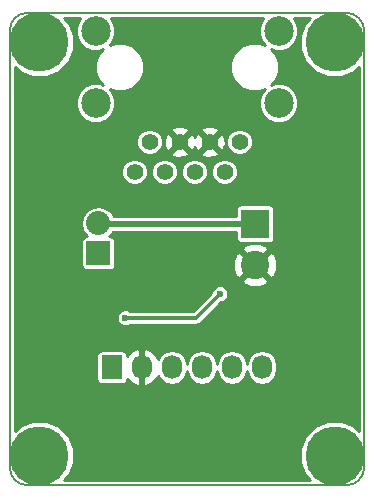
<source format=gbl>
G04 #@! TF.FileFunction,Copper,L2,Bot,Signal*
%FSLAX46Y46*%
G04 Gerber Fmt 4.6, Leading zero omitted, Abs format (unit mm)*
G04 Created by KiCad (PCBNEW 4.0.2+dfsg1-stable) date Fr 03 Aug 2018 15:40:32 CEST*
%MOMM*%
G01*
G04 APERTURE LIST*
%ADD10C,0.100000*%
%ADD11C,0.150000*%
%ADD12C,5.000000*%
%ADD13O,1.727200X2.032000*%
%ADD14R,1.727200X2.032000*%
%ADD15R,2.032000X2.032000*%
%ADD16O,2.032000X2.032000*%
%ADD17C,2.400000*%
%ADD18R,2.400000X2.400000*%
%ADD19C,2.500000*%
%ADD20C,1.400000*%
%ADD21C,0.600000*%
%ADD22C,0.500000*%
%ADD23C,0.300000*%
%ADD24C,0.254000*%
G04 APERTURE END LIST*
D10*
D11*
X136500000Y-90000000D02*
G75*
G03X135000000Y-91500000I0J-1500000D01*
G01*
X165000000Y-91500000D02*
G75*
G03X163500000Y-90000000I-1500000J0D01*
G01*
X163500000Y-130000000D02*
G75*
G03X165000000Y-128500000I0J1500000D01*
G01*
X135000000Y-128500000D02*
G75*
G03X136500000Y-130000000I1500000J0D01*
G01*
X135000000Y-91500000D02*
X135000000Y-128500000D01*
X163500000Y-130000000D02*
X136500000Y-130000000D01*
X165000000Y-91500000D02*
X165000000Y-128500000D01*
X136500000Y-90000000D02*
X163500000Y-90000000D01*
D12*
X137500000Y-127500000D03*
X162500000Y-127500000D03*
X162500000Y-92500000D03*
D13*
X156337000Y-120015000D03*
X153797000Y-120015000D03*
X151257000Y-120015000D03*
X148717000Y-120015000D03*
X146177000Y-120015000D03*
D14*
X143637000Y-120015000D03*
D15*
X142494000Y-110363000D03*
D16*
X142494000Y-107823000D03*
D17*
X155764000Y-111351000D03*
D18*
X155764000Y-107851000D03*
D12*
X137500000Y-92500000D03*
D19*
X157762400Y-91539600D03*
X142262400Y-91539600D03*
D20*
X151917400Y-100929600D03*
X154457400Y-100929600D03*
X153187400Y-103469600D03*
X150647400Y-103469600D03*
X149377400Y-100929600D03*
X148107400Y-103469600D03*
X146837400Y-100929600D03*
X145567400Y-103469600D03*
D19*
X157762400Y-97639600D03*
X142262400Y-97639600D03*
D21*
X144780000Y-115824000D03*
X152781000Y-113792000D03*
D22*
X155764000Y-107851000D02*
X142522000Y-107851000D01*
X142522000Y-107851000D02*
X142494000Y-107823000D01*
D23*
X150749000Y-115824000D02*
X144780000Y-115824000D01*
X152781000Y-113792000D02*
X150749000Y-115824000D01*
D24*
G36*
X140841538Y-90588416D02*
X140585692Y-91204561D01*
X140585110Y-91871712D01*
X140839880Y-92488303D01*
X141311216Y-92960462D01*
X141927361Y-93216308D01*
X142594512Y-93216890D01*
X142890533Y-93094577D01*
X142558813Y-93425718D01*
X142245757Y-94179641D01*
X142245045Y-94995977D01*
X142556785Y-95750446D01*
X142890223Y-96084467D01*
X142597439Y-95962892D01*
X141930288Y-95962310D01*
X141313697Y-96217080D01*
X140841538Y-96688416D01*
X140585692Y-97304561D01*
X140585110Y-97971712D01*
X140839880Y-98588303D01*
X141311216Y-99060462D01*
X141927361Y-99316308D01*
X142594512Y-99316890D01*
X143211103Y-99062120D01*
X143683262Y-98590784D01*
X143939108Y-97974639D01*
X143939690Y-97307488D01*
X143684920Y-96690897D01*
X143456880Y-96462458D01*
X143887441Y-96641243D01*
X144703777Y-96641955D01*
X145458246Y-96330215D01*
X146035987Y-95753482D01*
X146349043Y-94999559D01*
X146349755Y-94183223D01*
X146038015Y-93428754D01*
X145461282Y-92851013D01*
X144707359Y-92537957D01*
X143891023Y-92537245D01*
X143457123Y-92716529D01*
X143683262Y-92490784D01*
X143939108Y-91874639D01*
X143939690Y-91207488D01*
X143684920Y-90590897D01*
X143550258Y-90456000D01*
X156474185Y-90456000D01*
X156341538Y-90588416D01*
X156085692Y-91204561D01*
X156085110Y-91871712D01*
X156339880Y-92488303D01*
X156567920Y-92716742D01*
X156137359Y-92537957D01*
X155321023Y-92537245D01*
X154566554Y-92848985D01*
X153988813Y-93425718D01*
X153675757Y-94179641D01*
X153675045Y-94995977D01*
X153986785Y-95750446D01*
X154563518Y-96328187D01*
X155317441Y-96641243D01*
X156133777Y-96641955D01*
X156567677Y-96462671D01*
X156341538Y-96688416D01*
X156085692Y-97304561D01*
X156085110Y-97971712D01*
X156339880Y-98588303D01*
X156811216Y-99060462D01*
X157427361Y-99316308D01*
X158094512Y-99316890D01*
X158711103Y-99062120D01*
X159183262Y-98590784D01*
X159439108Y-97974639D01*
X159439690Y-97307488D01*
X159184920Y-96690897D01*
X158713584Y-96218738D01*
X158097439Y-95962892D01*
X157430288Y-95962310D01*
X157134267Y-96084623D01*
X157465987Y-95753482D01*
X157779043Y-94999559D01*
X157779755Y-94183223D01*
X157468015Y-93428754D01*
X157134577Y-93094733D01*
X157427361Y-93216308D01*
X158094512Y-93216890D01*
X158711103Y-92962120D01*
X159183262Y-92490784D01*
X159439108Y-91874639D01*
X159439690Y-91207488D01*
X159184920Y-90590897D01*
X159050258Y-90456000D01*
X160404551Y-90456000D01*
X160020057Y-90839823D01*
X159573510Y-91915229D01*
X159572493Y-93079662D01*
X160017164Y-94155846D01*
X160839823Y-94979943D01*
X161915229Y-95426490D01*
X163079662Y-95427507D01*
X164155846Y-94982836D01*
X164544000Y-94595359D01*
X164544000Y-125404551D01*
X164160177Y-125020057D01*
X163084771Y-124573510D01*
X161920338Y-124572493D01*
X160844154Y-125017164D01*
X160020057Y-125839823D01*
X159573510Y-126915229D01*
X159572493Y-128079662D01*
X160017164Y-129155846D01*
X160404641Y-129544000D01*
X139595449Y-129544000D01*
X139979943Y-129160177D01*
X140426490Y-128084771D01*
X140427507Y-126920338D01*
X139982836Y-125844154D01*
X139160177Y-125020057D01*
X138084771Y-124573510D01*
X136920338Y-124572493D01*
X135844154Y-125017164D01*
X135456000Y-125404641D01*
X135456000Y-118999000D01*
X142338035Y-118999000D01*
X142338035Y-121031000D01*
X142367809Y-121189237D01*
X142461327Y-121334567D01*
X142604019Y-121432064D01*
X142773400Y-121466365D01*
X144500600Y-121466365D01*
X144658837Y-121436591D01*
X144804167Y-121343073D01*
X144901664Y-121200381D01*
X144935965Y-121031000D01*
X144935965Y-120986311D01*
X145274964Y-121365732D01*
X145802209Y-121619709D01*
X145817974Y-121622358D01*
X146050000Y-121501217D01*
X146050000Y-120142000D01*
X146030000Y-120142000D01*
X146030000Y-119888000D01*
X146050000Y-119888000D01*
X146050000Y-118528783D01*
X146304000Y-118528783D01*
X146304000Y-119888000D01*
X146324000Y-119888000D01*
X146324000Y-120142000D01*
X146304000Y-120142000D01*
X146304000Y-121501217D01*
X146536026Y-121622358D01*
X146551791Y-121619709D01*
X147079036Y-121365732D01*
X147468954Y-120929320D01*
X147543138Y-120717243D01*
X147804408Y-121108262D01*
X148223109Y-121388029D01*
X148717000Y-121486270D01*
X149210891Y-121388029D01*
X149629592Y-121108262D01*
X149909359Y-120689561D01*
X149987000Y-120299233D01*
X150064641Y-120689561D01*
X150344408Y-121108262D01*
X150763109Y-121388029D01*
X151257000Y-121486270D01*
X151750891Y-121388029D01*
X152169592Y-121108262D01*
X152449359Y-120689561D01*
X152527000Y-120299233D01*
X152604641Y-120689561D01*
X152884408Y-121108262D01*
X153303109Y-121388029D01*
X153797000Y-121486270D01*
X154290891Y-121388029D01*
X154709592Y-121108262D01*
X154989359Y-120689561D01*
X155067000Y-120299233D01*
X155144641Y-120689561D01*
X155424408Y-121108262D01*
X155843109Y-121388029D01*
X156337000Y-121486270D01*
X156830891Y-121388029D01*
X157249592Y-121108262D01*
X157529359Y-120689561D01*
X157627600Y-120195670D01*
X157627600Y-119834330D01*
X157529359Y-119340439D01*
X157249592Y-118921738D01*
X156830891Y-118641971D01*
X156337000Y-118543730D01*
X155843109Y-118641971D01*
X155424408Y-118921738D01*
X155144641Y-119340439D01*
X155067000Y-119730767D01*
X154989359Y-119340439D01*
X154709592Y-118921738D01*
X154290891Y-118641971D01*
X153797000Y-118543730D01*
X153303109Y-118641971D01*
X152884408Y-118921738D01*
X152604641Y-119340439D01*
X152527000Y-119730767D01*
X152449359Y-119340439D01*
X152169592Y-118921738D01*
X151750891Y-118641971D01*
X151257000Y-118543730D01*
X150763109Y-118641971D01*
X150344408Y-118921738D01*
X150064641Y-119340439D01*
X149987000Y-119730767D01*
X149909359Y-119340439D01*
X149629592Y-118921738D01*
X149210891Y-118641971D01*
X148717000Y-118543730D01*
X148223109Y-118641971D01*
X147804408Y-118921738D01*
X147543138Y-119312757D01*
X147468954Y-119100680D01*
X147079036Y-118664268D01*
X146551791Y-118410291D01*
X146536026Y-118407642D01*
X146304000Y-118528783D01*
X146050000Y-118528783D01*
X145817974Y-118407642D01*
X145802209Y-118410291D01*
X145274964Y-118664268D01*
X144935965Y-119043689D01*
X144935965Y-118999000D01*
X144906191Y-118840763D01*
X144812673Y-118695433D01*
X144669981Y-118597936D01*
X144500600Y-118563635D01*
X142773400Y-118563635D01*
X142615163Y-118593409D01*
X142469833Y-118686927D01*
X142372336Y-118829619D01*
X142338035Y-118999000D01*
X135456000Y-118999000D01*
X135456000Y-115967975D01*
X144052874Y-115967975D01*
X144163320Y-116235275D01*
X144367650Y-116439961D01*
X144634756Y-116550874D01*
X144923975Y-116551126D01*
X145191275Y-116440680D01*
X145231024Y-116401000D01*
X150748995Y-116401000D01*
X150749000Y-116401001D01*
X150969808Y-116357078D01*
X151157001Y-116232001D01*
X152869924Y-114519078D01*
X152924975Y-114519126D01*
X153192275Y-114408680D01*
X153396961Y-114204350D01*
X153507874Y-113937244D01*
X153508126Y-113648025D01*
X153397680Y-113380725D01*
X153193350Y-113176039D01*
X152926244Y-113065126D01*
X152637025Y-113064874D01*
X152369725Y-113175320D01*
X152165039Y-113379650D01*
X152054126Y-113646756D01*
X152054077Y-113702921D01*
X150509998Y-115247000D01*
X145231243Y-115247000D01*
X145192350Y-115208039D01*
X144925244Y-115097126D01*
X144636025Y-115096874D01*
X144368725Y-115207320D01*
X144164039Y-115411650D01*
X144053126Y-115678756D01*
X144052874Y-115967975D01*
X135456000Y-115967975D01*
X135456000Y-112648175D01*
X154646430Y-112648175D01*
X154769565Y-112935788D01*
X155451734Y-113195707D01*
X156181443Y-113174786D01*
X156758435Y-112935788D01*
X156881570Y-112648175D01*
X155764000Y-111530605D01*
X154646430Y-112648175D01*
X135456000Y-112648175D01*
X135456000Y-107823000D01*
X141022730Y-107823000D01*
X141132572Y-108375212D01*
X141445375Y-108843355D01*
X141547563Y-108911635D01*
X141478000Y-108911635D01*
X141319763Y-108941409D01*
X141174433Y-109034927D01*
X141076936Y-109177619D01*
X141042635Y-109347000D01*
X141042635Y-111379000D01*
X141072409Y-111537237D01*
X141165927Y-111682567D01*
X141308619Y-111780064D01*
X141478000Y-111814365D01*
X143510000Y-111814365D01*
X143668237Y-111784591D01*
X143813567Y-111691073D01*
X143911064Y-111548381D01*
X143945365Y-111379000D01*
X143945365Y-111038734D01*
X153919293Y-111038734D01*
X153940214Y-111768443D01*
X154179212Y-112345435D01*
X154466825Y-112468570D01*
X155584395Y-111351000D01*
X155943605Y-111351000D01*
X157061175Y-112468570D01*
X157348788Y-112345435D01*
X157608707Y-111663266D01*
X157587786Y-110933557D01*
X157348788Y-110356565D01*
X157061175Y-110233430D01*
X155943605Y-111351000D01*
X155584395Y-111351000D01*
X154466825Y-110233430D01*
X154179212Y-110356565D01*
X153919293Y-111038734D01*
X143945365Y-111038734D01*
X143945365Y-110053825D01*
X154646430Y-110053825D01*
X155764000Y-111171395D01*
X156881570Y-110053825D01*
X156758435Y-109766212D01*
X156076266Y-109506293D01*
X155346557Y-109527214D01*
X154769565Y-109766212D01*
X154646430Y-110053825D01*
X143945365Y-110053825D01*
X143945365Y-109347000D01*
X143915591Y-109188763D01*
X143822073Y-109043433D01*
X143679381Y-108945936D01*
X143510000Y-108911635D01*
X143440437Y-108911635D01*
X143542625Y-108843355D01*
X143753338Y-108528000D01*
X154128635Y-108528000D01*
X154128635Y-109051000D01*
X154158409Y-109209237D01*
X154251927Y-109354567D01*
X154394619Y-109452064D01*
X154564000Y-109486365D01*
X156964000Y-109486365D01*
X157122237Y-109456591D01*
X157267567Y-109363073D01*
X157365064Y-109220381D01*
X157399365Y-109051000D01*
X157399365Y-106651000D01*
X157369591Y-106492763D01*
X157276073Y-106347433D01*
X157133381Y-106249936D01*
X156964000Y-106215635D01*
X154564000Y-106215635D01*
X154405763Y-106245409D01*
X154260433Y-106338927D01*
X154162936Y-106481619D01*
X154128635Y-106651000D01*
X154128635Y-107174000D01*
X143790756Y-107174000D01*
X143542625Y-106802645D01*
X143074482Y-106489842D01*
X142522270Y-106380000D01*
X142465730Y-106380000D01*
X141913518Y-106489842D01*
X141445375Y-106802645D01*
X141132572Y-107270788D01*
X141022730Y-107823000D01*
X135456000Y-107823000D01*
X135456000Y-103692791D01*
X144440205Y-103692791D01*
X144611419Y-104107160D01*
X144928172Y-104424467D01*
X145342242Y-104596404D01*
X145790591Y-104596795D01*
X146204960Y-104425581D01*
X146522267Y-104108828D01*
X146694204Y-103694758D01*
X146694205Y-103692791D01*
X146980205Y-103692791D01*
X147151419Y-104107160D01*
X147468172Y-104424467D01*
X147882242Y-104596404D01*
X148330591Y-104596795D01*
X148744960Y-104425581D01*
X149062267Y-104108828D01*
X149234204Y-103694758D01*
X149234205Y-103692791D01*
X149520205Y-103692791D01*
X149691419Y-104107160D01*
X150008172Y-104424467D01*
X150422242Y-104596404D01*
X150870591Y-104596795D01*
X151284960Y-104425581D01*
X151602267Y-104108828D01*
X151774204Y-103694758D01*
X151774205Y-103692791D01*
X152060205Y-103692791D01*
X152231419Y-104107160D01*
X152548172Y-104424467D01*
X152962242Y-104596404D01*
X153410591Y-104596795D01*
X153824960Y-104425581D01*
X154142267Y-104108828D01*
X154314204Y-103694758D01*
X154314595Y-103246409D01*
X154143381Y-102832040D01*
X153826628Y-102514733D01*
X153412558Y-102342796D01*
X152964209Y-102342405D01*
X152549840Y-102513619D01*
X152232533Y-102830372D01*
X152060596Y-103244442D01*
X152060205Y-103692791D01*
X151774205Y-103692791D01*
X151774595Y-103246409D01*
X151603381Y-102832040D01*
X151286628Y-102514733D01*
X150872558Y-102342796D01*
X150424209Y-102342405D01*
X150009840Y-102513619D01*
X149692533Y-102830372D01*
X149520596Y-103244442D01*
X149520205Y-103692791D01*
X149234205Y-103692791D01*
X149234595Y-103246409D01*
X149063381Y-102832040D01*
X148746628Y-102514733D01*
X148332558Y-102342796D01*
X147884209Y-102342405D01*
X147469840Y-102513619D01*
X147152533Y-102830372D01*
X146980596Y-103244442D01*
X146980205Y-103692791D01*
X146694205Y-103692791D01*
X146694595Y-103246409D01*
X146523381Y-102832040D01*
X146206628Y-102514733D01*
X145792558Y-102342796D01*
X145344209Y-102342405D01*
X144929840Y-102513619D01*
X144612533Y-102830372D01*
X144440596Y-103244442D01*
X144440205Y-103692791D01*
X135456000Y-103692791D01*
X135456000Y-101152791D01*
X145710205Y-101152791D01*
X145881419Y-101567160D01*
X146198172Y-101884467D01*
X146612242Y-102056404D01*
X147060591Y-102056795D01*
X147474960Y-101885581D01*
X147495702Y-101864875D01*
X148621731Y-101864875D01*
X148683569Y-102100642D01*
X149184522Y-102277019D01*
X149714840Y-102248264D01*
X150071231Y-102100642D01*
X150133069Y-101864875D01*
X151161731Y-101864875D01*
X151223569Y-102100642D01*
X151724522Y-102277019D01*
X152254840Y-102248264D01*
X152611231Y-102100642D01*
X152673069Y-101864875D01*
X151917400Y-101109205D01*
X151161731Y-101864875D01*
X150133069Y-101864875D01*
X149377400Y-101109205D01*
X148621731Y-101864875D01*
X147495702Y-101864875D01*
X147792267Y-101568828D01*
X147964204Y-101154758D01*
X147964568Y-100736722D01*
X148029981Y-100736722D01*
X148058736Y-101267040D01*
X148206358Y-101623431D01*
X148442125Y-101685269D01*
X149197795Y-100929600D01*
X149557005Y-100929600D01*
X150312675Y-101685269D01*
X150548442Y-101623431D01*
X150639377Y-101365155D01*
X150746358Y-101623431D01*
X150982125Y-101685269D01*
X151737795Y-100929600D01*
X152097005Y-100929600D01*
X152852675Y-101685269D01*
X153088442Y-101623431D01*
X153254146Y-101152791D01*
X153330205Y-101152791D01*
X153501419Y-101567160D01*
X153818172Y-101884467D01*
X154232242Y-102056404D01*
X154680591Y-102056795D01*
X155094960Y-101885581D01*
X155412267Y-101568828D01*
X155584204Y-101154758D01*
X155584595Y-100706409D01*
X155413381Y-100292040D01*
X155096628Y-99974733D01*
X154682558Y-99802796D01*
X154234209Y-99802405D01*
X153819840Y-99973619D01*
X153502533Y-100290372D01*
X153330596Y-100704442D01*
X153330205Y-101152791D01*
X153254146Y-101152791D01*
X153264819Y-101122478D01*
X153236064Y-100592160D01*
X153088442Y-100235769D01*
X152852675Y-100173931D01*
X152097005Y-100929600D01*
X151737795Y-100929600D01*
X150982125Y-100173931D01*
X150746358Y-100235769D01*
X150655423Y-100494045D01*
X150548442Y-100235769D01*
X150312675Y-100173931D01*
X149557005Y-100929600D01*
X149197795Y-100929600D01*
X148442125Y-100173931D01*
X148206358Y-100235769D01*
X148029981Y-100736722D01*
X147964568Y-100736722D01*
X147964595Y-100706409D01*
X147793381Y-100292040D01*
X147496186Y-99994325D01*
X148621731Y-99994325D01*
X149377400Y-100749995D01*
X150133069Y-99994325D01*
X151161731Y-99994325D01*
X151917400Y-100749995D01*
X152673069Y-99994325D01*
X152611231Y-99758558D01*
X152110278Y-99582181D01*
X151579960Y-99610936D01*
X151223569Y-99758558D01*
X151161731Y-99994325D01*
X150133069Y-99994325D01*
X150071231Y-99758558D01*
X149570278Y-99582181D01*
X149039960Y-99610936D01*
X148683569Y-99758558D01*
X148621731Y-99994325D01*
X147496186Y-99994325D01*
X147476628Y-99974733D01*
X147062558Y-99802796D01*
X146614209Y-99802405D01*
X146199840Y-99973619D01*
X145882533Y-100290372D01*
X145710596Y-100704442D01*
X145710205Y-101152791D01*
X135456000Y-101152791D01*
X135456000Y-94595449D01*
X135839823Y-94979943D01*
X136915229Y-95426490D01*
X138079662Y-95427507D01*
X139155846Y-94982836D01*
X139979943Y-94160177D01*
X140426490Y-93084771D01*
X140427507Y-91920338D01*
X139982836Y-90844154D01*
X139595359Y-90456000D01*
X140974185Y-90456000D01*
X140841538Y-90588416D01*
X140841538Y-90588416D01*
G37*
X140841538Y-90588416D02*
X140585692Y-91204561D01*
X140585110Y-91871712D01*
X140839880Y-92488303D01*
X141311216Y-92960462D01*
X141927361Y-93216308D01*
X142594512Y-93216890D01*
X142890533Y-93094577D01*
X142558813Y-93425718D01*
X142245757Y-94179641D01*
X142245045Y-94995977D01*
X142556785Y-95750446D01*
X142890223Y-96084467D01*
X142597439Y-95962892D01*
X141930288Y-95962310D01*
X141313697Y-96217080D01*
X140841538Y-96688416D01*
X140585692Y-97304561D01*
X140585110Y-97971712D01*
X140839880Y-98588303D01*
X141311216Y-99060462D01*
X141927361Y-99316308D01*
X142594512Y-99316890D01*
X143211103Y-99062120D01*
X143683262Y-98590784D01*
X143939108Y-97974639D01*
X143939690Y-97307488D01*
X143684920Y-96690897D01*
X143456880Y-96462458D01*
X143887441Y-96641243D01*
X144703777Y-96641955D01*
X145458246Y-96330215D01*
X146035987Y-95753482D01*
X146349043Y-94999559D01*
X146349755Y-94183223D01*
X146038015Y-93428754D01*
X145461282Y-92851013D01*
X144707359Y-92537957D01*
X143891023Y-92537245D01*
X143457123Y-92716529D01*
X143683262Y-92490784D01*
X143939108Y-91874639D01*
X143939690Y-91207488D01*
X143684920Y-90590897D01*
X143550258Y-90456000D01*
X156474185Y-90456000D01*
X156341538Y-90588416D01*
X156085692Y-91204561D01*
X156085110Y-91871712D01*
X156339880Y-92488303D01*
X156567920Y-92716742D01*
X156137359Y-92537957D01*
X155321023Y-92537245D01*
X154566554Y-92848985D01*
X153988813Y-93425718D01*
X153675757Y-94179641D01*
X153675045Y-94995977D01*
X153986785Y-95750446D01*
X154563518Y-96328187D01*
X155317441Y-96641243D01*
X156133777Y-96641955D01*
X156567677Y-96462671D01*
X156341538Y-96688416D01*
X156085692Y-97304561D01*
X156085110Y-97971712D01*
X156339880Y-98588303D01*
X156811216Y-99060462D01*
X157427361Y-99316308D01*
X158094512Y-99316890D01*
X158711103Y-99062120D01*
X159183262Y-98590784D01*
X159439108Y-97974639D01*
X159439690Y-97307488D01*
X159184920Y-96690897D01*
X158713584Y-96218738D01*
X158097439Y-95962892D01*
X157430288Y-95962310D01*
X157134267Y-96084623D01*
X157465987Y-95753482D01*
X157779043Y-94999559D01*
X157779755Y-94183223D01*
X157468015Y-93428754D01*
X157134577Y-93094733D01*
X157427361Y-93216308D01*
X158094512Y-93216890D01*
X158711103Y-92962120D01*
X159183262Y-92490784D01*
X159439108Y-91874639D01*
X159439690Y-91207488D01*
X159184920Y-90590897D01*
X159050258Y-90456000D01*
X160404551Y-90456000D01*
X160020057Y-90839823D01*
X159573510Y-91915229D01*
X159572493Y-93079662D01*
X160017164Y-94155846D01*
X160839823Y-94979943D01*
X161915229Y-95426490D01*
X163079662Y-95427507D01*
X164155846Y-94982836D01*
X164544000Y-94595359D01*
X164544000Y-125404551D01*
X164160177Y-125020057D01*
X163084771Y-124573510D01*
X161920338Y-124572493D01*
X160844154Y-125017164D01*
X160020057Y-125839823D01*
X159573510Y-126915229D01*
X159572493Y-128079662D01*
X160017164Y-129155846D01*
X160404641Y-129544000D01*
X139595449Y-129544000D01*
X139979943Y-129160177D01*
X140426490Y-128084771D01*
X140427507Y-126920338D01*
X139982836Y-125844154D01*
X139160177Y-125020057D01*
X138084771Y-124573510D01*
X136920338Y-124572493D01*
X135844154Y-125017164D01*
X135456000Y-125404641D01*
X135456000Y-118999000D01*
X142338035Y-118999000D01*
X142338035Y-121031000D01*
X142367809Y-121189237D01*
X142461327Y-121334567D01*
X142604019Y-121432064D01*
X142773400Y-121466365D01*
X144500600Y-121466365D01*
X144658837Y-121436591D01*
X144804167Y-121343073D01*
X144901664Y-121200381D01*
X144935965Y-121031000D01*
X144935965Y-120986311D01*
X145274964Y-121365732D01*
X145802209Y-121619709D01*
X145817974Y-121622358D01*
X146050000Y-121501217D01*
X146050000Y-120142000D01*
X146030000Y-120142000D01*
X146030000Y-119888000D01*
X146050000Y-119888000D01*
X146050000Y-118528783D01*
X146304000Y-118528783D01*
X146304000Y-119888000D01*
X146324000Y-119888000D01*
X146324000Y-120142000D01*
X146304000Y-120142000D01*
X146304000Y-121501217D01*
X146536026Y-121622358D01*
X146551791Y-121619709D01*
X147079036Y-121365732D01*
X147468954Y-120929320D01*
X147543138Y-120717243D01*
X147804408Y-121108262D01*
X148223109Y-121388029D01*
X148717000Y-121486270D01*
X149210891Y-121388029D01*
X149629592Y-121108262D01*
X149909359Y-120689561D01*
X149987000Y-120299233D01*
X150064641Y-120689561D01*
X150344408Y-121108262D01*
X150763109Y-121388029D01*
X151257000Y-121486270D01*
X151750891Y-121388029D01*
X152169592Y-121108262D01*
X152449359Y-120689561D01*
X152527000Y-120299233D01*
X152604641Y-120689561D01*
X152884408Y-121108262D01*
X153303109Y-121388029D01*
X153797000Y-121486270D01*
X154290891Y-121388029D01*
X154709592Y-121108262D01*
X154989359Y-120689561D01*
X155067000Y-120299233D01*
X155144641Y-120689561D01*
X155424408Y-121108262D01*
X155843109Y-121388029D01*
X156337000Y-121486270D01*
X156830891Y-121388029D01*
X157249592Y-121108262D01*
X157529359Y-120689561D01*
X157627600Y-120195670D01*
X157627600Y-119834330D01*
X157529359Y-119340439D01*
X157249592Y-118921738D01*
X156830891Y-118641971D01*
X156337000Y-118543730D01*
X155843109Y-118641971D01*
X155424408Y-118921738D01*
X155144641Y-119340439D01*
X155067000Y-119730767D01*
X154989359Y-119340439D01*
X154709592Y-118921738D01*
X154290891Y-118641971D01*
X153797000Y-118543730D01*
X153303109Y-118641971D01*
X152884408Y-118921738D01*
X152604641Y-119340439D01*
X152527000Y-119730767D01*
X152449359Y-119340439D01*
X152169592Y-118921738D01*
X151750891Y-118641971D01*
X151257000Y-118543730D01*
X150763109Y-118641971D01*
X150344408Y-118921738D01*
X150064641Y-119340439D01*
X149987000Y-119730767D01*
X149909359Y-119340439D01*
X149629592Y-118921738D01*
X149210891Y-118641971D01*
X148717000Y-118543730D01*
X148223109Y-118641971D01*
X147804408Y-118921738D01*
X147543138Y-119312757D01*
X147468954Y-119100680D01*
X147079036Y-118664268D01*
X146551791Y-118410291D01*
X146536026Y-118407642D01*
X146304000Y-118528783D01*
X146050000Y-118528783D01*
X145817974Y-118407642D01*
X145802209Y-118410291D01*
X145274964Y-118664268D01*
X144935965Y-119043689D01*
X144935965Y-118999000D01*
X144906191Y-118840763D01*
X144812673Y-118695433D01*
X144669981Y-118597936D01*
X144500600Y-118563635D01*
X142773400Y-118563635D01*
X142615163Y-118593409D01*
X142469833Y-118686927D01*
X142372336Y-118829619D01*
X142338035Y-118999000D01*
X135456000Y-118999000D01*
X135456000Y-115967975D01*
X144052874Y-115967975D01*
X144163320Y-116235275D01*
X144367650Y-116439961D01*
X144634756Y-116550874D01*
X144923975Y-116551126D01*
X145191275Y-116440680D01*
X145231024Y-116401000D01*
X150748995Y-116401000D01*
X150749000Y-116401001D01*
X150969808Y-116357078D01*
X151157001Y-116232001D01*
X152869924Y-114519078D01*
X152924975Y-114519126D01*
X153192275Y-114408680D01*
X153396961Y-114204350D01*
X153507874Y-113937244D01*
X153508126Y-113648025D01*
X153397680Y-113380725D01*
X153193350Y-113176039D01*
X152926244Y-113065126D01*
X152637025Y-113064874D01*
X152369725Y-113175320D01*
X152165039Y-113379650D01*
X152054126Y-113646756D01*
X152054077Y-113702921D01*
X150509998Y-115247000D01*
X145231243Y-115247000D01*
X145192350Y-115208039D01*
X144925244Y-115097126D01*
X144636025Y-115096874D01*
X144368725Y-115207320D01*
X144164039Y-115411650D01*
X144053126Y-115678756D01*
X144052874Y-115967975D01*
X135456000Y-115967975D01*
X135456000Y-112648175D01*
X154646430Y-112648175D01*
X154769565Y-112935788D01*
X155451734Y-113195707D01*
X156181443Y-113174786D01*
X156758435Y-112935788D01*
X156881570Y-112648175D01*
X155764000Y-111530605D01*
X154646430Y-112648175D01*
X135456000Y-112648175D01*
X135456000Y-107823000D01*
X141022730Y-107823000D01*
X141132572Y-108375212D01*
X141445375Y-108843355D01*
X141547563Y-108911635D01*
X141478000Y-108911635D01*
X141319763Y-108941409D01*
X141174433Y-109034927D01*
X141076936Y-109177619D01*
X141042635Y-109347000D01*
X141042635Y-111379000D01*
X141072409Y-111537237D01*
X141165927Y-111682567D01*
X141308619Y-111780064D01*
X141478000Y-111814365D01*
X143510000Y-111814365D01*
X143668237Y-111784591D01*
X143813567Y-111691073D01*
X143911064Y-111548381D01*
X143945365Y-111379000D01*
X143945365Y-111038734D01*
X153919293Y-111038734D01*
X153940214Y-111768443D01*
X154179212Y-112345435D01*
X154466825Y-112468570D01*
X155584395Y-111351000D01*
X155943605Y-111351000D01*
X157061175Y-112468570D01*
X157348788Y-112345435D01*
X157608707Y-111663266D01*
X157587786Y-110933557D01*
X157348788Y-110356565D01*
X157061175Y-110233430D01*
X155943605Y-111351000D01*
X155584395Y-111351000D01*
X154466825Y-110233430D01*
X154179212Y-110356565D01*
X153919293Y-111038734D01*
X143945365Y-111038734D01*
X143945365Y-110053825D01*
X154646430Y-110053825D01*
X155764000Y-111171395D01*
X156881570Y-110053825D01*
X156758435Y-109766212D01*
X156076266Y-109506293D01*
X155346557Y-109527214D01*
X154769565Y-109766212D01*
X154646430Y-110053825D01*
X143945365Y-110053825D01*
X143945365Y-109347000D01*
X143915591Y-109188763D01*
X143822073Y-109043433D01*
X143679381Y-108945936D01*
X143510000Y-108911635D01*
X143440437Y-108911635D01*
X143542625Y-108843355D01*
X143753338Y-108528000D01*
X154128635Y-108528000D01*
X154128635Y-109051000D01*
X154158409Y-109209237D01*
X154251927Y-109354567D01*
X154394619Y-109452064D01*
X154564000Y-109486365D01*
X156964000Y-109486365D01*
X157122237Y-109456591D01*
X157267567Y-109363073D01*
X157365064Y-109220381D01*
X157399365Y-109051000D01*
X157399365Y-106651000D01*
X157369591Y-106492763D01*
X157276073Y-106347433D01*
X157133381Y-106249936D01*
X156964000Y-106215635D01*
X154564000Y-106215635D01*
X154405763Y-106245409D01*
X154260433Y-106338927D01*
X154162936Y-106481619D01*
X154128635Y-106651000D01*
X154128635Y-107174000D01*
X143790756Y-107174000D01*
X143542625Y-106802645D01*
X143074482Y-106489842D01*
X142522270Y-106380000D01*
X142465730Y-106380000D01*
X141913518Y-106489842D01*
X141445375Y-106802645D01*
X141132572Y-107270788D01*
X141022730Y-107823000D01*
X135456000Y-107823000D01*
X135456000Y-103692791D01*
X144440205Y-103692791D01*
X144611419Y-104107160D01*
X144928172Y-104424467D01*
X145342242Y-104596404D01*
X145790591Y-104596795D01*
X146204960Y-104425581D01*
X146522267Y-104108828D01*
X146694204Y-103694758D01*
X146694205Y-103692791D01*
X146980205Y-103692791D01*
X147151419Y-104107160D01*
X147468172Y-104424467D01*
X147882242Y-104596404D01*
X148330591Y-104596795D01*
X148744960Y-104425581D01*
X149062267Y-104108828D01*
X149234204Y-103694758D01*
X149234205Y-103692791D01*
X149520205Y-103692791D01*
X149691419Y-104107160D01*
X150008172Y-104424467D01*
X150422242Y-104596404D01*
X150870591Y-104596795D01*
X151284960Y-104425581D01*
X151602267Y-104108828D01*
X151774204Y-103694758D01*
X151774205Y-103692791D01*
X152060205Y-103692791D01*
X152231419Y-104107160D01*
X152548172Y-104424467D01*
X152962242Y-104596404D01*
X153410591Y-104596795D01*
X153824960Y-104425581D01*
X154142267Y-104108828D01*
X154314204Y-103694758D01*
X154314595Y-103246409D01*
X154143381Y-102832040D01*
X153826628Y-102514733D01*
X153412558Y-102342796D01*
X152964209Y-102342405D01*
X152549840Y-102513619D01*
X152232533Y-102830372D01*
X152060596Y-103244442D01*
X152060205Y-103692791D01*
X151774205Y-103692791D01*
X151774595Y-103246409D01*
X151603381Y-102832040D01*
X151286628Y-102514733D01*
X150872558Y-102342796D01*
X150424209Y-102342405D01*
X150009840Y-102513619D01*
X149692533Y-102830372D01*
X149520596Y-103244442D01*
X149520205Y-103692791D01*
X149234205Y-103692791D01*
X149234595Y-103246409D01*
X149063381Y-102832040D01*
X148746628Y-102514733D01*
X148332558Y-102342796D01*
X147884209Y-102342405D01*
X147469840Y-102513619D01*
X147152533Y-102830372D01*
X146980596Y-103244442D01*
X146980205Y-103692791D01*
X146694205Y-103692791D01*
X146694595Y-103246409D01*
X146523381Y-102832040D01*
X146206628Y-102514733D01*
X145792558Y-102342796D01*
X145344209Y-102342405D01*
X144929840Y-102513619D01*
X144612533Y-102830372D01*
X144440596Y-103244442D01*
X144440205Y-103692791D01*
X135456000Y-103692791D01*
X135456000Y-101152791D01*
X145710205Y-101152791D01*
X145881419Y-101567160D01*
X146198172Y-101884467D01*
X146612242Y-102056404D01*
X147060591Y-102056795D01*
X147474960Y-101885581D01*
X147495702Y-101864875D01*
X148621731Y-101864875D01*
X148683569Y-102100642D01*
X149184522Y-102277019D01*
X149714840Y-102248264D01*
X150071231Y-102100642D01*
X150133069Y-101864875D01*
X151161731Y-101864875D01*
X151223569Y-102100642D01*
X151724522Y-102277019D01*
X152254840Y-102248264D01*
X152611231Y-102100642D01*
X152673069Y-101864875D01*
X151917400Y-101109205D01*
X151161731Y-101864875D01*
X150133069Y-101864875D01*
X149377400Y-101109205D01*
X148621731Y-101864875D01*
X147495702Y-101864875D01*
X147792267Y-101568828D01*
X147964204Y-101154758D01*
X147964568Y-100736722D01*
X148029981Y-100736722D01*
X148058736Y-101267040D01*
X148206358Y-101623431D01*
X148442125Y-101685269D01*
X149197795Y-100929600D01*
X149557005Y-100929600D01*
X150312675Y-101685269D01*
X150548442Y-101623431D01*
X150639377Y-101365155D01*
X150746358Y-101623431D01*
X150982125Y-101685269D01*
X151737795Y-100929600D01*
X152097005Y-100929600D01*
X152852675Y-101685269D01*
X153088442Y-101623431D01*
X153254146Y-101152791D01*
X153330205Y-101152791D01*
X153501419Y-101567160D01*
X153818172Y-101884467D01*
X154232242Y-102056404D01*
X154680591Y-102056795D01*
X155094960Y-101885581D01*
X155412267Y-101568828D01*
X155584204Y-101154758D01*
X155584595Y-100706409D01*
X155413381Y-100292040D01*
X155096628Y-99974733D01*
X154682558Y-99802796D01*
X154234209Y-99802405D01*
X153819840Y-99973619D01*
X153502533Y-100290372D01*
X153330596Y-100704442D01*
X153330205Y-101152791D01*
X153254146Y-101152791D01*
X153264819Y-101122478D01*
X153236064Y-100592160D01*
X153088442Y-100235769D01*
X152852675Y-100173931D01*
X152097005Y-100929600D01*
X151737795Y-100929600D01*
X150982125Y-100173931D01*
X150746358Y-100235769D01*
X150655423Y-100494045D01*
X150548442Y-100235769D01*
X150312675Y-100173931D01*
X149557005Y-100929600D01*
X149197795Y-100929600D01*
X148442125Y-100173931D01*
X148206358Y-100235769D01*
X148029981Y-100736722D01*
X147964568Y-100736722D01*
X147964595Y-100706409D01*
X147793381Y-100292040D01*
X147496186Y-99994325D01*
X148621731Y-99994325D01*
X149377400Y-100749995D01*
X150133069Y-99994325D01*
X151161731Y-99994325D01*
X151917400Y-100749995D01*
X152673069Y-99994325D01*
X152611231Y-99758558D01*
X152110278Y-99582181D01*
X151579960Y-99610936D01*
X151223569Y-99758558D01*
X151161731Y-99994325D01*
X150133069Y-99994325D01*
X150071231Y-99758558D01*
X149570278Y-99582181D01*
X149039960Y-99610936D01*
X148683569Y-99758558D01*
X148621731Y-99994325D01*
X147496186Y-99994325D01*
X147476628Y-99974733D01*
X147062558Y-99802796D01*
X146614209Y-99802405D01*
X146199840Y-99973619D01*
X145882533Y-100290372D01*
X145710596Y-100704442D01*
X145710205Y-101152791D01*
X135456000Y-101152791D01*
X135456000Y-94595449D01*
X135839823Y-94979943D01*
X136915229Y-95426490D01*
X138079662Y-95427507D01*
X139155846Y-94982836D01*
X139979943Y-94160177D01*
X140426490Y-93084771D01*
X140427507Y-91920338D01*
X139982836Y-90844154D01*
X139595359Y-90456000D01*
X140974185Y-90456000D01*
X140841538Y-90588416D01*
M02*

</source>
